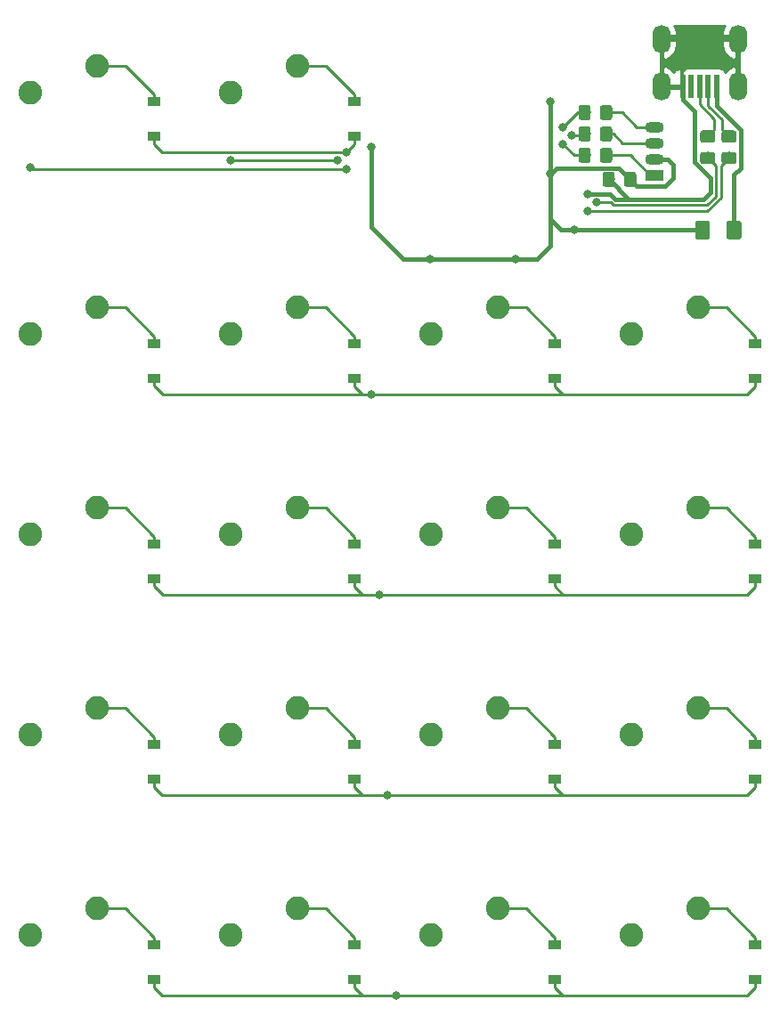
<source format=gbl>
G04 #@! TF.GenerationSoftware,KiCad,Pcbnew,(5.1.2)-2*
G04 #@! TF.CreationDate,2019-09-01T14:46:41-05:00*
G04 #@! TF.ProjectId,rootpad,726f6f74-7061-4642-9e6b-696361645f70,rev?*
G04 #@! TF.SameCoordinates,Original*
G04 #@! TF.FileFunction,Copper,L2,Bot*
G04 #@! TF.FilePolarity,Positive*
%FSLAX46Y46*%
G04 Gerber Fmt 4.6, Leading zero omitted, Abs format (unit mm)*
G04 Created by KiCad (PCBNEW (5.1.2)-2) date 2019-09-01 14:46:41*
%MOMM*%
%LPD*%
G04 APERTURE LIST*
%ADD10R,1.800000X1.070000*%
%ADD11O,1.800000X1.070000*%
%ADD12C,0.100000*%
%ADD13C,1.425000*%
%ADD14R,1.200000X0.900000*%
%ADD15O,1.700000X2.700000*%
%ADD16R,0.500000X2.250000*%
%ADD17C,1.150000*%
%ADD18C,2.250000*%
%ADD19C,0.800000*%
%ADD20C,0.381000*%
%ADD21C,0.254000*%
G04 APERTURE END LIST*
D10*
X185674000Y-71247000D03*
D11*
X185674000Y-69723000D03*
X185674000Y-68199000D03*
X185674000Y-66675000D03*
D12*
G36*
X193744504Y-75580204D02*
G01*
X193768773Y-75583804D01*
X193792571Y-75589765D01*
X193815671Y-75598030D01*
X193837849Y-75608520D01*
X193858893Y-75621133D01*
X193878598Y-75635747D01*
X193896777Y-75652223D01*
X193913253Y-75670402D01*
X193927867Y-75690107D01*
X193940480Y-75711151D01*
X193950970Y-75733329D01*
X193959235Y-75756429D01*
X193965196Y-75780227D01*
X193968796Y-75804496D01*
X193970000Y-75829000D01*
X193970000Y-77079000D01*
X193968796Y-77103504D01*
X193965196Y-77127773D01*
X193959235Y-77151571D01*
X193950970Y-77174671D01*
X193940480Y-77196849D01*
X193927867Y-77217893D01*
X193913253Y-77237598D01*
X193896777Y-77255777D01*
X193878598Y-77272253D01*
X193858893Y-77286867D01*
X193837849Y-77299480D01*
X193815671Y-77309970D01*
X193792571Y-77318235D01*
X193768773Y-77324196D01*
X193744504Y-77327796D01*
X193720000Y-77329000D01*
X192795000Y-77329000D01*
X192770496Y-77327796D01*
X192746227Y-77324196D01*
X192722429Y-77318235D01*
X192699329Y-77309970D01*
X192677151Y-77299480D01*
X192656107Y-77286867D01*
X192636402Y-77272253D01*
X192618223Y-77255777D01*
X192601747Y-77237598D01*
X192587133Y-77217893D01*
X192574520Y-77196849D01*
X192564030Y-77174671D01*
X192555765Y-77151571D01*
X192549804Y-77127773D01*
X192546204Y-77103504D01*
X192545000Y-77079000D01*
X192545000Y-75829000D01*
X192546204Y-75804496D01*
X192549804Y-75780227D01*
X192555765Y-75756429D01*
X192564030Y-75733329D01*
X192574520Y-75711151D01*
X192587133Y-75690107D01*
X192601747Y-75670402D01*
X192618223Y-75652223D01*
X192636402Y-75635747D01*
X192656107Y-75621133D01*
X192677151Y-75608520D01*
X192699329Y-75598030D01*
X192722429Y-75589765D01*
X192746227Y-75583804D01*
X192770496Y-75580204D01*
X192795000Y-75579000D01*
X193720000Y-75579000D01*
X193744504Y-75580204D01*
X193744504Y-75580204D01*
G37*
D13*
X193257500Y-76454000D03*
D12*
G36*
X190769504Y-75580204D02*
G01*
X190793773Y-75583804D01*
X190817571Y-75589765D01*
X190840671Y-75598030D01*
X190862849Y-75608520D01*
X190883893Y-75621133D01*
X190903598Y-75635747D01*
X190921777Y-75652223D01*
X190938253Y-75670402D01*
X190952867Y-75690107D01*
X190965480Y-75711151D01*
X190975970Y-75733329D01*
X190984235Y-75756429D01*
X190990196Y-75780227D01*
X190993796Y-75804496D01*
X190995000Y-75829000D01*
X190995000Y-77079000D01*
X190993796Y-77103504D01*
X190990196Y-77127773D01*
X190984235Y-77151571D01*
X190975970Y-77174671D01*
X190965480Y-77196849D01*
X190952867Y-77217893D01*
X190938253Y-77237598D01*
X190921777Y-77255777D01*
X190903598Y-77272253D01*
X190883893Y-77286867D01*
X190862849Y-77299480D01*
X190840671Y-77309970D01*
X190817571Y-77318235D01*
X190793773Y-77324196D01*
X190769504Y-77327796D01*
X190745000Y-77329000D01*
X189820000Y-77329000D01*
X189795496Y-77327796D01*
X189771227Y-77324196D01*
X189747429Y-77318235D01*
X189724329Y-77309970D01*
X189702151Y-77299480D01*
X189681107Y-77286867D01*
X189661402Y-77272253D01*
X189643223Y-77255777D01*
X189626747Y-77237598D01*
X189612133Y-77217893D01*
X189599520Y-77196849D01*
X189589030Y-77174671D01*
X189580765Y-77151571D01*
X189574804Y-77127773D01*
X189571204Y-77103504D01*
X189570000Y-77079000D01*
X189570000Y-75829000D01*
X189571204Y-75804496D01*
X189574804Y-75780227D01*
X189580765Y-75756429D01*
X189589030Y-75733329D01*
X189599520Y-75711151D01*
X189612133Y-75690107D01*
X189626747Y-75670402D01*
X189643223Y-75652223D01*
X189661402Y-75635747D01*
X189681107Y-75621133D01*
X189702151Y-75608520D01*
X189724329Y-75598030D01*
X189747429Y-75589765D01*
X189771227Y-75583804D01*
X189795496Y-75580204D01*
X189820000Y-75579000D01*
X190745000Y-75579000D01*
X190769504Y-75580204D01*
X190769504Y-75580204D01*
G37*
D13*
X190282500Y-76454000D03*
D14*
X195262500Y-147700000D03*
X195262500Y-144400000D03*
X176212500Y-147700000D03*
X176212500Y-144400000D03*
X157162500Y-147700000D03*
X157162500Y-144400000D03*
X138112500Y-147700000D03*
X138112500Y-144400000D03*
X195262500Y-128650000D03*
X195262500Y-125350000D03*
X176212500Y-128650000D03*
X176212500Y-125350000D03*
X157162500Y-128650000D03*
X157162500Y-125350000D03*
X138112500Y-128650000D03*
X138112500Y-125350000D03*
X195262500Y-109600000D03*
X195262500Y-106300000D03*
X176212500Y-109600000D03*
X176212500Y-106300000D03*
X157162500Y-109600000D03*
X157162500Y-106300000D03*
X138112500Y-109600000D03*
X138112500Y-106300000D03*
X195262500Y-90550000D03*
X195262500Y-87250000D03*
X176212500Y-90550000D03*
X176212500Y-87250000D03*
X157162500Y-90550000D03*
X157162500Y-87250000D03*
X138112500Y-90550000D03*
X138112500Y-87250000D03*
X157162500Y-67531250D03*
X157162500Y-64231250D03*
X138112500Y-67531250D03*
X138112500Y-64231250D03*
D15*
X186342000Y-58293000D03*
X193642000Y-58293000D03*
X193642000Y-62793000D03*
X186342000Y-62793000D03*
D16*
X188392000Y-62793000D03*
X189192000Y-62793000D03*
X189992000Y-62793000D03*
X190792000Y-62793000D03*
X191592000Y-62793000D03*
D12*
G36*
X181460505Y-64579204D02*
G01*
X181484773Y-64582804D01*
X181508572Y-64588765D01*
X181531671Y-64597030D01*
X181553850Y-64607520D01*
X181574893Y-64620132D01*
X181594599Y-64634747D01*
X181612777Y-64651223D01*
X181629253Y-64669401D01*
X181643868Y-64689107D01*
X181656480Y-64710150D01*
X181666970Y-64732329D01*
X181675235Y-64755428D01*
X181681196Y-64779227D01*
X181684796Y-64803495D01*
X181686000Y-64827999D01*
X181686000Y-65728001D01*
X181684796Y-65752505D01*
X181681196Y-65776773D01*
X181675235Y-65800572D01*
X181666970Y-65823671D01*
X181656480Y-65845850D01*
X181643868Y-65866893D01*
X181629253Y-65886599D01*
X181612777Y-65904777D01*
X181594599Y-65921253D01*
X181574893Y-65935868D01*
X181553850Y-65948480D01*
X181531671Y-65958970D01*
X181508572Y-65967235D01*
X181484773Y-65973196D01*
X181460505Y-65976796D01*
X181436001Y-65978000D01*
X180785999Y-65978000D01*
X180761495Y-65976796D01*
X180737227Y-65973196D01*
X180713428Y-65967235D01*
X180690329Y-65958970D01*
X180668150Y-65948480D01*
X180647107Y-65935868D01*
X180627401Y-65921253D01*
X180609223Y-65904777D01*
X180592747Y-65886599D01*
X180578132Y-65866893D01*
X180565520Y-65845850D01*
X180555030Y-65823671D01*
X180546765Y-65800572D01*
X180540804Y-65776773D01*
X180537204Y-65752505D01*
X180536000Y-65728001D01*
X180536000Y-64827999D01*
X180537204Y-64803495D01*
X180540804Y-64779227D01*
X180546765Y-64755428D01*
X180555030Y-64732329D01*
X180565520Y-64710150D01*
X180578132Y-64689107D01*
X180592747Y-64669401D01*
X180609223Y-64651223D01*
X180627401Y-64634747D01*
X180647107Y-64620132D01*
X180668150Y-64607520D01*
X180690329Y-64597030D01*
X180713428Y-64588765D01*
X180737227Y-64582804D01*
X180761495Y-64579204D01*
X180785999Y-64578000D01*
X181436001Y-64578000D01*
X181460505Y-64579204D01*
X181460505Y-64579204D01*
G37*
D17*
X181111000Y-65278000D03*
D12*
G36*
X179410505Y-64579204D02*
G01*
X179434773Y-64582804D01*
X179458572Y-64588765D01*
X179481671Y-64597030D01*
X179503850Y-64607520D01*
X179524893Y-64620132D01*
X179544599Y-64634747D01*
X179562777Y-64651223D01*
X179579253Y-64669401D01*
X179593868Y-64689107D01*
X179606480Y-64710150D01*
X179616970Y-64732329D01*
X179625235Y-64755428D01*
X179631196Y-64779227D01*
X179634796Y-64803495D01*
X179636000Y-64827999D01*
X179636000Y-65728001D01*
X179634796Y-65752505D01*
X179631196Y-65776773D01*
X179625235Y-65800572D01*
X179616970Y-65823671D01*
X179606480Y-65845850D01*
X179593868Y-65866893D01*
X179579253Y-65886599D01*
X179562777Y-65904777D01*
X179544599Y-65921253D01*
X179524893Y-65935868D01*
X179503850Y-65948480D01*
X179481671Y-65958970D01*
X179458572Y-65967235D01*
X179434773Y-65973196D01*
X179410505Y-65976796D01*
X179386001Y-65978000D01*
X178735999Y-65978000D01*
X178711495Y-65976796D01*
X178687227Y-65973196D01*
X178663428Y-65967235D01*
X178640329Y-65958970D01*
X178618150Y-65948480D01*
X178597107Y-65935868D01*
X178577401Y-65921253D01*
X178559223Y-65904777D01*
X178542747Y-65886599D01*
X178528132Y-65866893D01*
X178515520Y-65845850D01*
X178505030Y-65823671D01*
X178496765Y-65800572D01*
X178490804Y-65776773D01*
X178487204Y-65752505D01*
X178486000Y-65728001D01*
X178486000Y-64827999D01*
X178487204Y-64803495D01*
X178490804Y-64779227D01*
X178496765Y-64755428D01*
X178505030Y-64732329D01*
X178515520Y-64710150D01*
X178528132Y-64689107D01*
X178542747Y-64669401D01*
X178559223Y-64651223D01*
X178577401Y-64634747D01*
X178597107Y-64620132D01*
X178618150Y-64607520D01*
X178640329Y-64597030D01*
X178663428Y-64588765D01*
X178687227Y-64582804D01*
X178711495Y-64579204D01*
X178735999Y-64578000D01*
X179386001Y-64578000D01*
X179410505Y-64579204D01*
X179410505Y-64579204D01*
G37*
D17*
X179061000Y-65278000D03*
D12*
G36*
X181460505Y-66611204D02*
G01*
X181484773Y-66614804D01*
X181508572Y-66620765D01*
X181531671Y-66629030D01*
X181553850Y-66639520D01*
X181574893Y-66652132D01*
X181594599Y-66666747D01*
X181612777Y-66683223D01*
X181629253Y-66701401D01*
X181643868Y-66721107D01*
X181656480Y-66742150D01*
X181666970Y-66764329D01*
X181675235Y-66787428D01*
X181681196Y-66811227D01*
X181684796Y-66835495D01*
X181686000Y-66859999D01*
X181686000Y-67760001D01*
X181684796Y-67784505D01*
X181681196Y-67808773D01*
X181675235Y-67832572D01*
X181666970Y-67855671D01*
X181656480Y-67877850D01*
X181643868Y-67898893D01*
X181629253Y-67918599D01*
X181612777Y-67936777D01*
X181594599Y-67953253D01*
X181574893Y-67967868D01*
X181553850Y-67980480D01*
X181531671Y-67990970D01*
X181508572Y-67999235D01*
X181484773Y-68005196D01*
X181460505Y-68008796D01*
X181436001Y-68010000D01*
X180785999Y-68010000D01*
X180761495Y-68008796D01*
X180737227Y-68005196D01*
X180713428Y-67999235D01*
X180690329Y-67990970D01*
X180668150Y-67980480D01*
X180647107Y-67967868D01*
X180627401Y-67953253D01*
X180609223Y-67936777D01*
X180592747Y-67918599D01*
X180578132Y-67898893D01*
X180565520Y-67877850D01*
X180555030Y-67855671D01*
X180546765Y-67832572D01*
X180540804Y-67808773D01*
X180537204Y-67784505D01*
X180536000Y-67760001D01*
X180536000Y-66859999D01*
X180537204Y-66835495D01*
X180540804Y-66811227D01*
X180546765Y-66787428D01*
X180555030Y-66764329D01*
X180565520Y-66742150D01*
X180578132Y-66721107D01*
X180592747Y-66701401D01*
X180609223Y-66683223D01*
X180627401Y-66666747D01*
X180647107Y-66652132D01*
X180668150Y-66639520D01*
X180690329Y-66629030D01*
X180713428Y-66620765D01*
X180737227Y-66614804D01*
X180761495Y-66611204D01*
X180785999Y-66610000D01*
X181436001Y-66610000D01*
X181460505Y-66611204D01*
X181460505Y-66611204D01*
G37*
D17*
X181111000Y-67310000D03*
D12*
G36*
X179410505Y-66611204D02*
G01*
X179434773Y-66614804D01*
X179458572Y-66620765D01*
X179481671Y-66629030D01*
X179503850Y-66639520D01*
X179524893Y-66652132D01*
X179544599Y-66666747D01*
X179562777Y-66683223D01*
X179579253Y-66701401D01*
X179593868Y-66721107D01*
X179606480Y-66742150D01*
X179616970Y-66764329D01*
X179625235Y-66787428D01*
X179631196Y-66811227D01*
X179634796Y-66835495D01*
X179636000Y-66859999D01*
X179636000Y-67760001D01*
X179634796Y-67784505D01*
X179631196Y-67808773D01*
X179625235Y-67832572D01*
X179616970Y-67855671D01*
X179606480Y-67877850D01*
X179593868Y-67898893D01*
X179579253Y-67918599D01*
X179562777Y-67936777D01*
X179544599Y-67953253D01*
X179524893Y-67967868D01*
X179503850Y-67980480D01*
X179481671Y-67990970D01*
X179458572Y-67999235D01*
X179434773Y-68005196D01*
X179410505Y-68008796D01*
X179386001Y-68010000D01*
X178735999Y-68010000D01*
X178711495Y-68008796D01*
X178687227Y-68005196D01*
X178663428Y-67999235D01*
X178640329Y-67990970D01*
X178618150Y-67980480D01*
X178597107Y-67967868D01*
X178577401Y-67953253D01*
X178559223Y-67936777D01*
X178542747Y-67918599D01*
X178528132Y-67898893D01*
X178515520Y-67877850D01*
X178505030Y-67855671D01*
X178496765Y-67832572D01*
X178490804Y-67808773D01*
X178487204Y-67784505D01*
X178486000Y-67760001D01*
X178486000Y-66859999D01*
X178487204Y-66835495D01*
X178490804Y-66811227D01*
X178496765Y-66787428D01*
X178505030Y-66764329D01*
X178515520Y-66742150D01*
X178528132Y-66721107D01*
X178542747Y-66701401D01*
X178559223Y-66683223D01*
X178577401Y-66666747D01*
X178597107Y-66652132D01*
X178618150Y-66639520D01*
X178640329Y-66629030D01*
X178663428Y-66620765D01*
X178687227Y-66614804D01*
X178711495Y-66611204D01*
X178735999Y-66610000D01*
X179386001Y-66610000D01*
X179410505Y-66611204D01*
X179410505Y-66611204D01*
G37*
D17*
X179061000Y-67310000D03*
D12*
G36*
X181460505Y-68643204D02*
G01*
X181484773Y-68646804D01*
X181508572Y-68652765D01*
X181531671Y-68661030D01*
X181553850Y-68671520D01*
X181574893Y-68684132D01*
X181594599Y-68698747D01*
X181612777Y-68715223D01*
X181629253Y-68733401D01*
X181643868Y-68753107D01*
X181656480Y-68774150D01*
X181666970Y-68796329D01*
X181675235Y-68819428D01*
X181681196Y-68843227D01*
X181684796Y-68867495D01*
X181686000Y-68891999D01*
X181686000Y-69792001D01*
X181684796Y-69816505D01*
X181681196Y-69840773D01*
X181675235Y-69864572D01*
X181666970Y-69887671D01*
X181656480Y-69909850D01*
X181643868Y-69930893D01*
X181629253Y-69950599D01*
X181612777Y-69968777D01*
X181594599Y-69985253D01*
X181574893Y-69999868D01*
X181553850Y-70012480D01*
X181531671Y-70022970D01*
X181508572Y-70031235D01*
X181484773Y-70037196D01*
X181460505Y-70040796D01*
X181436001Y-70042000D01*
X180785999Y-70042000D01*
X180761495Y-70040796D01*
X180737227Y-70037196D01*
X180713428Y-70031235D01*
X180690329Y-70022970D01*
X180668150Y-70012480D01*
X180647107Y-69999868D01*
X180627401Y-69985253D01*
X180609223Y-69968777D01*
X180592747Y-69950599D01*
X180578132Y-69930893D01*
X180565520Y-69909850D01*
X180555030Y-69887671D01*
X180546765Y-69864572D01*
X180540804Y-69840773D01*
X180537204Y-69816505D01*
X180536000Y-69792001D01*
X180536000Y-68891999D01*
X180537204Y-68867495D01*
X180540804Y-68843227D01*
X180546765Y-68819428D01*
X180555030Y-68796329D01*
X180565520Y-68774150D01*
X180578132Y-68753107D01*
X180592747Y-68733401D01*
X180609223Y-68715223D01*
X180627401Y-68698747D01*
X180647107Y-68684132D01*
X180668150Y-68671520D01*
X180690329Y-68661030D01*
X180713428Y-68652765D01*
X180737227Y-68646804D01*
X180761495Y-68643204D01*
X180785999Y-68642000D01*
X181436001Y-68642000D01*
X181460505Y-68643204D01*
X181460505Y-68643204D01*
G37*
D17*
X181111000Y-69342000D03*
D12*
G36*
X179410505Y-68643204D02*
G01*
X179434773Y-68646804D01*
X179458572Y-68652765D01*
X179481671Y-68661030D01*
X179503850Y-68671520D01*
X179524893Y-68684132D01*
X179544599Y-68698747D01*
X179562777Y-68715223D01*
X179579253Y-68733401D01*
X179593868Y-68753107D01*
X179606480Y-68774150D01*
X179616970Y-68796329D01*
X179625235Y-68819428D01*
X179631196Y-68843227D01*
X179634796Y-68867495D01*
X179636000Y-68891999D01*
X179636000Y-69792001D01*
X179634796Y-69816505D01*
X179631196Y-69840773D01*
X179625235Y-69864572D01*
X179616970Y-69887671D01*
X179606480Y-69909850D01*
X179593868Y-69930893D01*
X179579253Y-69950599D01*
X179562777Y-69968777D01*
X179544599Y-69985253D01*
X179524893Y-69999868D01*
X179503850Y-70012480D01*
X179481671Y-70022970D01*
X179458572Y-70031235D01*
X179434773Y-70037196D01*
X179410505Y-70040796D01*
X179386001Y-70042000D01*
X178735999Y-70042000D01*
X178711495Y-70040796D01*
X178687227Y-70037196D01*
X178663428Y-70031235D01*
X178640329Y-70022970D01*
X178618150Y-70012480D01*
X178597107Y-69999868D01*
X178577401Y-69985253D01*
X178559223Y-69968777D01*
X178542747Y-69950599D01*
X178528132Y-69930893D01*
X178515520Y-69909850D01*
X178505030Y-69887671D01*
X178496765Y-69864572D01*
X178490804Y-69840773D01*
X178487204Y-69816505D01*
X178486000Y-69792001D01*
X178486000Y-68891999D01*
X178487204Y-68867495D01*
X178490804Y-68843227D01*
X178496765Y-68819428D01*
X178505030Y-68796329D01*
X178515520Y-68774150D01*
X178528132Y-68753107D01*
X178542747Y-68733401D01*
X178559223Y-68715223D01*
X178577401Y-68698747D01*
X178597107Y-68684132D01*
X178618150Y-68671520D01*
X178640329Y-68661030D01*
X178663428Y-68652765D01*
X178687227Y-68646804D01*
X178711495Y-68643204D01*
X178735999Y-68642000D01*
X179386001Y-68642000D01*
X179410505Y-68643204D01*
X179410505Y-68643204D01*
G37*
D17*
X179061000Y-69342000D03*
D12*
G36*
X193260505Y-66981204D02*
G01*
X193284773Y-66984804D01*
X193308572Y-66990765D01*
X193331671Y-66999030D01*
X193353850Y-67009520D01*
X193374893Y-67022132D01*
X193394599Y-67036747D01*
X193412777Y-67053223D01*
X193429253Y-67071401D01*
X193443868Y-67091107D01*
X193456480Y-67112150D01*
X193466970Y-67134329D01*
X193475235Y-67157428D01*
X193481196Y-67181227D01*
X193484796Y-67205495D01*
X193486000Y-67229999D01*
X193486000Y-67880001D01*
X193484796Y-67904505D01*
X193481196Y-67928773D01*
X193475235Y-67952572D01*
X193466970Y-67975671D01*
X193456480Y-67997850D01*
X193443868Y-68018893D01*
X193429253Y-68038599D01*
X193412777Y-68056777D01*
X193394599Y-68073253D01*
X193374893Y-68087868D01*
X193353850Y-68100480D01*
X193331671Y-68110970D01*
X193308572Y-68119235D01*
X193284773Y-68125196D01*
X193260505Y-68128796D01*
X193236001Y-68130000D01*
X192335999Y-68130000D01*
X192311495Y-68128796D01*
X192287227Y-68125196D01*
X192263428Y-68119235D01*
X192240329Y-68110970D01*
X192218150Y-68100480D01*
X192197107Y-68087868D01*
X192177401Y-68073253D01*
X192159223Y-68056777D01*
X192142747Y-68038599D01*
X192128132Y-68018893D01*
X192115520Y-67997850D01*
X192105030Y-67975671D01*
X192096765Y-67952572D01*
X192090804Y-67928773D01*
X192087204Y-67904505D01*
X192086000Y-67880001D01*
X192086000Y-67229999D01*
X192087204Y-67205495D01*
X192090804Y-67181227D01*
X192096765Y-67157428D01*
X192105030Y-67134329D01*
X192115520Y-67112150D01*
X192128132Y-67091107D01*
X192142747Y-67071401D01*
X192159223Y-67053223D01*
X192177401Y-67036747D01*
X192197107Y-67022132D01*
X192218150Y-67009520D01*
X192240329Y-66999030D01*
X192263428Y-66990765D01*
X192287227Y-66984804D01*
X192311495Y-66981204D01*
X192335999Y-66980000D01*
X193236001Y-66980000D01*
X193260505Y-66981204D01*
X193260505Y-66981204D01*
G37*
D17*
X192786000Y-67555000D03*
D12*
G36*
X193260505Y-69031204D02*
G01*
X193284773Y-69034804D01*
X193308572Y-69040765D01*
X193331671Y-69049030D01*
X193353850Y-69059520D01*
X193374893Y-69072132D01*
X193394599Y-69086747D01*
X193412777Y-69103223D01*
X193429253Y-69121401D01*
X193443868Y-69141107D01*
X193456480Y-69162150D01*
X193466970Y-69184329D01*
X193475235Y-69207428D01*
X193481196Y-69231227D01*
X193484796Y-69255495D01*
X193486000Y-69279999D01*
X193486000Y-69930001D01*
X193484796Y-69954505D01*
X193481196Y-69978773D01*
X193475235Y-70002572D01*
X193466970Y-70025671D01*
X193456480Y-70047850D01*
X193443868Y-70068893D01*
X193429253Y-70088599D01*
X193412777Y-70106777D01*
X193394599Y-70123253D01*
X193374893Y-70137868D01*
X193353850Y-70150480D01*
X193331671Y-70160970D01*
X193308572Y-70169235D01*
X193284773Y-70175196D01*
X193260505Y-70178796D01*
X193236001Y-70180000D01*
X192335999Y-70180000D01*
X192311495Y-70178796D01*
X192287227Y-70175196D01*
X192263428Y-70169235D01*
X192240329Y-70160970D01*
X192218150Y-70150480D01*
X192197107Y-70137868D01*
X192177401Y-70123253D01*
X192159223Y-70106777D01*
X192142747Y-70088599D01*
X192128132Y-70068893D01*
X192115520Y-70047850D01*
X192105030Y-70025671D01*
X192096765Y-70002572D01*
X192090804Y-69978773D01*
X192087204Y-69954505D01*
X192086000Y-69930001D01*
X192086000Y-69279999D01*
X192087204Y-69255495D01*
X192090804Y-69231227D01*
X192096765Y-69207428D01*
X192105030Y-69184329D01*
X192115520Y-69162150D01*
X192128132Y-69141107D01*
X192142747Y-69121401D01*
X192159223Y-69103223D01*
X192177401Y-69086747D01*
X192197107Y-69072132D01*
X192218150Y-69059520D01*
X192240329Y-69049030D01*
X192263428Y-69040765D01*
X192287227Y-69034804D01*
X192311495Y-69031204D01*
X192335999Y-69030000D01*
X193236001Y-69030000D01*
X193260505Y-69031204D01*
X193260505Y-69031204D01*
G37*
D17*
X192786000Y-69605000D03*
D12*
G36*
X191228505Y-69031204D02*
G01*
X191252773Y-69034804D01*
X191276572Y-69040765D01*
X191299671Y-69049030D01*
X191321850Y-69059520D01*
X191342893Y-69072132D01*
X191362599Y-69086747D01*
X191380777Y-69103223D01*
X191397253Y-69121401D01*
X191411868Y-69141107D01*
X191424480Y-69162150D01*
X191434970Y-69184329D01*
X191443235Y-69207428D01*
X191449196Y-69231227D01*
X191452796Y-69255495D01*
X191454000Y-69279999D01*
X191454000Y-69930001D01*
X191452796Y-69954505D01*
X191449196Y-69978773D01*
X191443235Y-70002572D01*
X191434970Y-70025671D01*
X191424480Y-70047850D01*
X191411868Y-70068893D01*
X191397253Y-70088599D01*
X191380777Y-70106777D01*
X191362599Y-70123253D01*
X191342893Y-70137868D01*
X191321850Y-70150480D01*
X191299671Y-70160970D01*
X191276572Y-70169235D01*
X191252773Y-70175196D01*
X191228505Y-70178796D01*
X191204001Y-70180000D01*
X190303999Y-70180000D01*
X190279495Y-70178796D01*
X190255227Y-70175196D01*
X190231428Y-70169235D01*
X190208329Y-70160970D01*
X190186150Y-70150480D01*
X190165107Y-70137868D01*
X190145401Y-70123253D01*
X190127223Y-70106777D01*
X190110747Y-70088599D01*
X190096132Y-70068893D01*
X190083520Y-70047850D01*
X190073030Y-70025671D01*
X190064765Y-70002572D01*
X190058804Y-69978773D01*
X190055204Y-69954505D01*
X190054000Y-69930001D01*
X190054000Y-69279999D01*
X190055204Y-69255495D01*
X190058804Y-69231227D01*
X190064765Y-69207428D01*
X190073030Y-69184329D01*
X190083520Y-69162150D01*
X190096132Y-69141107D01*
X190110747Y-69121401D01*
X190127223Y-69103223D01*
X190145401Y-69086747D01*
X190165107Y-69072132D01*
X190186150Y-69059520D01*
X190208329Y-69049030D01*
X190231428Y-69040765D01*
X190255227Y-69034804D01*
X190279495Y-69031204D01*
X190303999Y-69030000D01*
X191204001Y-69030000D01*
X191228505Y-69031204D01*
X191228505Y-69031204D01*
G37*
D17*
X190754000Y-69605000D03*
D12*
G36*
X191228505Y-66981204D02*
G01*
X191252773Y-66984804D01*
X191276572Y-66990765D01*
X191299671Y-66999030D01*
X191321850Y-67009520D01*
X191342893Y-67022132D01*
X191362599Y-67036747D01*
X191380777Y-67053223D01*
X191397253Y-67071401D01*
X191411868Y-67091107D01*
X191424480Y-67112150D01*
X191434970Y-67134329D01*
X191443235Y-67157428D01*
X191449196Y-67181227D01*
X191452796Y-67205495D01*
X191454000Y-67229999D01*
X191454000Y-67880001D01*
X191452796Y-67904505D01*
X191449196Y-67928773D01*
X191443235Y-67952572D01*
X191434970Y-67975671D01*
X191424480Y-67997850D01*
X191411868Y-68018893D01*
X191397253Y-68038599D01*
X191380777Y-68056777D01*
X191362599Y-68073253D01*
X191342893Y-68087868D01*
X191321850Y-68100480D01*
X191299671Y-68110970D01*
X191276572Y-68119235D01*
X191252773Y-68125196D01*
X191228505Y-68128796D01*
X191204001Y-68130000D01*
X190303999Y-68130000D01*
X190279495Y-68128796D01*
X190255227Y-68125196D01*
X190231428Y-68119235D01*
X190208329Y-68110970D01*
X190186150Y-68100480D01*
X190165107Y-68087868D01*
X190145401Y-68073253D01*
X190127223Y-68056777D01*
X190110747Y-68038599D01*
X190096132Y-68018893D01*
X190083520Y-67997850D01*
X190073030Y-67975671D01*
X190064765Y-67952572D01*
X190058804Y-67928773D01*
X190055204Y-67904505D01*
X190054000Y-67880001D01*
X190054000Y-67229999D01*
X190055204Y-67205495D01*
X190058804Y-67181227D01*
X190064765Y-67157428D01*
X190073030Y-67134329D01*
X190083520Y-67112150D01*
X190096132Y-67091107D01*
X190110747Y-67071401D01*
X190127223Y-67053223D01*
X190145401Y-67036747D01*
X190165107Y-67022132D01*
X190186150Y-67009520D01*
X190208329Y-66999030D01*
X190231428Y-66990765D01*
X190255227Y-66984804D01*
X190279495Y-66981204D01*
X190303999Y-66980000D01*
X191204001Y-66980000D01*
X191228505Y-66981204D01*
X191228505Y-66981204D01*
G37*
D17*
X190754000Y-67555000D03*
D18*
X183516270Y-143511270D03*
X189866270Y-140971270D03*
X164466270Y-143511270D03*
X170816270Y-140971270D03*
X145416270Y-143511270D03*
X151766270Y-140971270D03*
X126366270Y-143511270D03*
X132716270Y-140971270D03*
X183516270Y-124461270D03*
X189866270Y-121921270D03*
X164466270Y-124461270D03*
X170816270Y-121921270D03*
X145416270Y-124461270D03*
X151766270Y-121921270D03*
X126366270Y-124461270D03*
X132716270Y-121921270D03*
X183516270Y-105411270D03*
X189866270Y-102871270D03*
X164466270Y-105411270D03*
X170816270Y-102871270D03*
X145416270Y-105411270D03*
X151766270Y-102871270D03*
X126366270Y-105411270D03*
X132716270Y-102871270D03*
X183516270Y-86361270D03*
X189866270Y-83821270D03*
X164466270Y-86361270D03*
X170816270Y-83821270D03*
X145416270Y-86361270D03*
X151766270Y-83821270D03*
X126366270Y-86361270D03*
X132716270Y-83821270D03*
X145415000Y-63341250D03*
X151765000Y-60801250D03*
X126365000Y-63341250D03*
X132715000Y-60801250D03*
D12*
G36*
X183746505Y-70929204D02*
G01*
X183770773Y-70932804D01*
X183794572Y-70938765D01*
X183817671Y-70947030D01*
X183839850Y-70957520D01*
X183860893Y-70970132D01*
X183880599Y-70984747D01*
X183898777Y-71001223D01*
X183915253Y-71019401D01*
X183929868Y-71039107D01*
X183942480Y-71060150D01*
X183952970Y-71082329D01*
X183961235Y-71105428D01*
X183967196Y-71129227D01*
X183970796Y-71153495D01*
X183972000Y-71177999D01*
X183972000Y-72078001D01*
X183970796Y-72102505D01*
X183967196Y-72126773D01*
X183961235Y-72150572D01*
X183952970Y-72173671D01*
X183942480Y-72195850D01*
X183929868Y-72216893D01*
X183915253Y-72236599D01*
X183898777Y-72254777D01*
X183880599Y-72271253D01*
X183860893Y-72285868D01*
X183839850Y-72298480D01*
X183817671Y-72308970D01*
X183794572Y-72317235D01*
X183770773Y-72323196D01*
X183746505Y-72326796D01*
X183722001Y-72328000D01*
X183071999Y-72328000D01*
X183047495Y-72326796D01*
X183023227Y-72323196D01*
X182999428Y-72317235D01*
X182976329Y-72308970D01*
X182954150Y-72298480D01*
X182933107Y-72285868D01*
X182913401Y-72271253D01*
X182895223Y-72254777D01*
X182878747Y-72236599D01*
X182864132Y-72216893D01*
X182851520Y-72195850D01*
X182841030Y-72173671D01*
X182832765Y-72150572D01*
X182826804Y-72126773D01*
X182823204Y-72102505D01*
X182822000Y-72078001D01*
X182822000Y-71177999D01*
X182823204Y-71153495D01*
X182826804Y-71129227D01*
X182832765Y-71105428D01*
X182841030Y-71082329D01*
X182851520Y-71060150D01*
X182864132Y-71039107D01*
X182878747Y-71019401D01*
X182895223Y-71001223D01*
X182913401Y-70984747D01*
X182933107Y-70970132D01*
X182954150Y-70957520D01*
X182976329Y-70947030D01*
X182999428Y-70938765D01*
X183023227Y-70932804D01*
X183047495Y-70929204D01*
X183071999Y-70928000D01*
X183722001Y-70928000D01*
X183746505Y-70929204D01*
X183746505Y-70929204D01*
G37*
D17*
X183397000Y-71628000D03*
D12*
G36*
X181696505Y-70929204D02*
G01*
X181720773Y-70932804D01*
X181744572Y-70938765D01*
X181767671Y-70947030D01*
X181789850Y-70957520D01*
X181810893Y-70970132D01*
X181830599Y-70984747D01*
X181848777Y-71001223D01*
X181865253Y-71019401D01*
X181879868Y-71039107D01*
X181892480Y-71060150D01*
X181902970Y-71082329D01*
X181911235Y-71105428D01*
X181917196Y-71129227D01*
X181920796Y-71153495D01*
X181922000Y-71177999D01*
X181922000Y-72078001D01*
X181920796Y-72102505D01*
X181917196Y-72126773D01*
X181911235Y-72150572D01*
X181902970Y-72173671D01*
X181892480Y-72195850D01*
X181879868Y-72216893D01*
X181865253Y-72236599D01*
X181848777Y-72254777D01*
X181830599Y-72271253D01*
X181810893Y-72285868D01*
X181789850Y-72298480D01*
X181767671Y-72308970D01*
X181744572Y-72317235D01*
X181720773Y-72323196D01*
X181696505Y-72326796D01*
X181672001Y-72328000D01*
X181021999Y-72328000D01*
X180997495Y-72326796D01*
X180973227Y-72323196D01*
X180949428Y-72317235D01*
X180926329Y-72308970D01*
X180904150Y-72298480D01*
X180883107Y-72285868D01*
X180863401Y-72271253D01*
X180845223Y-72254777D01*
X180828747Y-72236599D01*
X180814132Y-72216893D01*
X180801520Y-72195850D01*
X180791030Y-72173671D01*
X180782765Y-72150572D01*
X180776804Y-72126773D01*
X180773204Y-72102505D01*
X180772000Y-72078001D01*
X180772000Y-71177999D01*
X180773204Y-71153495D01*
X180776804Y-71129227D01*
X180782765Y-71105428D01*
X180791030Y-71082329D01*
X180801520Y-71060150D01*
X180814132Y-71039107D01*
X180828747Y-71019401D01*
X180845223Y-71001223D01*
X180863401Y-70984747D01*
X180883107Y-70970132D01*
X180904150Y-70957520D01*
X180926329Y-70947030D01*
X180949428Y-70938765D01*
X180973227Y-70932804D01*
X180997495Y-70929204D01*
X181021999Y-70928000D01*
X181672001Y-70928000D01*
X181696505Y-70929204D01*
X181696505Y-70929204D01*
G37*
D17*
X181347000Y-71628000D03*
D19*
X179387500Y-73025000D03*
X178054000Y-76454000D03*
X172466000Y-79248000D03*
X164338000Y-79248000D03*
X175768000Y-71120000D03*
X175768000Y-64262000D03*
X158750000Y-68580000D03*
X156368750Y-69056250D03*
X158750000Y-92075000D03*
X159543750Y-111125000D03*
X160337500Y-130175000D03*
X161131250Y-149225000D03*
X156368750Y-70663010D03*
X126365000Y-70485000D03*
X155575000Y-69850000D03*
X145415000Y-69783250D03*
X180181250Y-73818750D03*
X179387500Y-74676000D03*
X177006250Y-68262500D03*
X177800000Y-67468750D03*
X177006250Y-66675000D03*
D20*
X181483000Y-73025000D02*
X182000489Y-73542489D01*
X179387500Y-73025000D02*
X181483000Y-73025000D01*
X190998490Y-72907510D02*
X190998490Y-71530310D01*
X190363511Y-73542489D02*
X190998490Y-72907510D01*
X190998490Y-71530310D02*
X189484000Y-70015820D01*
X188392000Y-64045000D02*
X189484000Y-65137000D01*
X189484000Y-65137000D02*
X189484000Y-70015820D01*
X186342000Y-60808000D02*
X186342000Y-58039000D01*
X186342000Y-62539000D02*
X186342000Y-60808000D01*
X186342000Y-58039000D02*
X193642000Y-58039000D01*
X193642000Y-58166000D02*
X193642000Y-62666000D01*
X188392000Y-62793000D02*
X186342000Y-62793000D01*
X188392000Y-64045000D02*
X188392000Y-62793000D01*
X183261489Y-73542489D02*
X181347000Y-71628000D01*
X183632511Y-73542489D02*
X183261489Y-73542489D01*
X183632511Y-73542489D02*
X190363511Y-73542489D01*
X182000489Y-73542489D02*
X183632511Y-73542489D01*
X190282500Y-76454000D02*
X178054000Y-76454000D01*
X172466000Y-79248000D02*
X164338000Y-79248000D01*
X175768000Y-71120000D02*
X175768000Y-64262000D01*
X175768000Y-77978000D02*
X174498000Y-79248000D01*
X172466000Y-79248000D02*
X174498000Y-79248000D01*
X176784000Y-76454000D02*
X175768000Y-75438000D01*
X178054000Y-76454000D02*
X176784000Y-76454000D01*
X175768000Y-71120000D02*
X175768000Y-75438000D01*
X175768000Y-75438000D02*
X175768000Y-77978000D01*
X164338000Y-79248000D02*
X161798000Y-79248000D01*
X161798000Y-79248000D02*
X158750000Y-76200000D01*
X158750000Y-76200000D02*
X158750000Y-68580000D01*
X182773628Y-71004628D02*
X183397000Y-71628000D01*
X182306490Y-70537490D02*
X182773628Y-71004628D01*
X176350510Y-70537490D02*
X182306490Y-70537490D01*
X175768000Y-71120000D02*
X176350510Y-70537490D01*
X184020372Y-72251372D02*
X183397000Y-71628000D01*
X186680530Y-72251372D02*
X184020372Y-72251372D01*
X186955000Y-69723000D02*
X187452000Y-70220000D01*
X185674000Y-69723000D02*
X186955000Y-69723000D01*
X187452000Y-71479902D02*
X186680530Y-72251372D01*
X187452000Y-70220000D02*
X187452000Y-71479902D01*
D21*
X138112500Y-63527250D02*
X138112500Y-64231250D01*
X135386500Y-60801250D02*
X138112500Y-63527250D01*
X132715000Y-60801250D02*
X135386500Y-60801250D01*
X157162500Y-67531250D02*
X157162500Y-68262500D01*
X157162500Y-68262500D02*
X156368750Y-69056250D01*
X156368750Y-69056250D02*
X138906250Y-69056250D01*
X138112500Y-68262500D02*
X138112500Y-67531250D01*
X138906250Y-69056250D02*
X138112500Y-68262500D01*
X157162500Y-63527250D02*
X157162500Y-64231250D01*
X154436500Y-60801250D02*
X157162500Y-63527250D01*
X151765000Y-60801250D02*
X154436500Y-60801250D01*
X138112500Y-86546000D02*
X138112500Y-87250000D01*
X135387770Y-83821270D02*
X138112500Y-86546000D01*
X132716270Y-83821270D02*
X135387770Y-83821270D01*
X195262500Y-91281250D02*
X195262500Y-90550000D01*
X194468750Y-92075000D02*
X195262500Y-91281250D01*
X138112500Y-91254000D02*
X138933500Y-92075000D01*
X138112500Y-90550000D02*
X138112500Y-91254000D01*
X157162500Y-91281250D02*
X157956250Y-92075000D01*
X157162500Y-90550000D02*
X157162500Y-91281250D01*
X138933500Y-92075000D02*
X157956250Y-92075000D01*
X176212500Y-91281250D02*
X177006250Y-92075000D01*
X176212500Y-90550000D02*
X176212500Y-91281250D01*
X177006250Y-92075000D02*
X194468750Y-92075000D01*
X157956250Y-92075000D02*
X158750000Y-92075000D01*
X158750000Y-92075000D02*
X177006250Y-92075000D01*
X157162500Y-86546000D02*
X157162500Y-87250000D01*
X154437770Y-83821270D02*
X157162500Y-86546000D01*
X151766270Y-83821270D02*
X154437770Y-83821270D01*
X176212500Y-86546000D02*
X176212500Y-87250000D01*
X173487770Y-83821270D02*
X176212500Y-86546000D01*
X170816270Y-83821270D02*
X173487770Y-83821270D01*
X195262500Y-86546000D02*
X195262500Y-87250000D01*
X192537770Y-83821270D02*
X195262500Y-86546000D01*
X189866270Y-83821270D02*
X192537770Y-83821270D01*
X138112500Y-105596000D02*
X138112500Y-106300000D01*
X135387770Y-102871270D02*
X138112500Y-105596000D01*
X132716270Y-102871270D02*
X135387770Y-102871270D01*
X195262500Y-110331250D02*
X195262500Y-109600000D01*
X194468750Y-111125000D02*
X195262500Y-110331250D01*
X138112500Y-109600000D02*
X138112500Y-110304000D01*
X138112500Y-110304000D02*
X138933500Y-111125000D01*
X157162500Y-110331250D02*
X157956250Y-111125000D01*
X157162500Y-109600000D02*
X157162500Y-110331250D01*
X138933500Y-111125000D02*
X157956250Y-111125000D01*
X177006250Y-111097750D02*
X177006250Y-111125000D01*
X176212500Y-110304000D02*
X177006250Y-111097750D01*
X176212500Y-109600000D02*
X176212500Y-110304000D01*
X177006250Y-111125000D02*
X194468750Y-111125000D01*
X159543750Y-111125000D02*
X177006250Y-111125000D01*
X157956250Y-111125000D02*
X159543750Y-111125000D01*
X157162500Y-105596000D02*
X157162500Y-106300000D01*
X154437770Y-102871270D02*
X157162500Y-105596000D01*
X151766270Y-102871270D02*
X154437770Y-102871270D01*
X176212500Y-105596000D02*
X176212500Y-106300000D01*
X173487770Y-102871270D02*
X176212500Y-105596000D01*
X170816270Y-102871270D02*
X173487770Y-102871270D01*
X195262500Y-105596000D02*
X195262500Y-106300000D01*
X192537770Y-102871270D02*
X195262500Y-105596000D01*
X189866270Y-102871270D02*
X192537770Y-102871270D01*
X138112500Y-124646000D02*
X138112500Y-125350000D01*
X135387770Y-121921270D02*
X138112500Y-124646000D01*
X132716270Y-121921270D02*
X135387770Y-121921270D01*
X195262500Y-129381250D02*
X195262500Y-128650000D01*
X194468750Y-130175000D02*
X195262500Y-129381250D01*
X138112500Y-128650000D02*
X138112500Y-129381250D01*
X138112500Y-129381250D02*
X138906250Y-130175000D01*
X157162500Y-128650000D02*
X157162500Y-129381250D01*
X157162500Y-129381250D02*
X157956250Y-130175000D01*
X138906250Y-130175000D02*
X157956250Y-130175000D01*
X176212500Y-128650000D02*
X176212500Y-129381250D01*
X176212500Y-129381250D02*
X177006250Y-130175000D01*
X177006250Y-130175000D02*
X194468750Y-130175000D01*
X160337500Y-130175000D02*
X177006250Y-130175000D01*
X157956250Y-130175000D02*
X160337500Y-130175000D01*
X157162500Y-124646000D02*
X157162500Y-125350000D01*
X154437770Y-121921270D02*
X157162500Y-124646000D01*
X151766270Y-121921270D02*
X154437770Y-121921270D01*
X176212500Y-124646000D02*
X176212500Y-125350000D01*
X173487770Y-121921270D02*
X176212500Y-124646000D01*
X170816270Y-121921270D02*
X173487770Y-121921270D01*
X195262500Y-124646000D02*
X195262500Y-125350000D01*
X192537770Y-121921270D02*
X195262500Y-124646000D01*
X189866270Y-121921270D02*
X192537770Y-121921270D01*
X138112500Y-143696000D02*
X138112500Y-144400000D01*
X135387770Y-140971270D02*
X138112500Y-143696000D01*
X132716270Y-140971270D02*
X135387770Y-140971270D01*
X195262500Y-147700000D02*
X195262500Y-148431250D01*
X195262500Y-148431250D02*
X194468750Y-149225000D01*
X138112500Y-147700000D02*
X138112500Y-148431250D01*
X138112500Y-148431250D02*
X138906250Y-149225000D01*
X138906250Y-149225000D02*
X139700000Y-149225000D01*
X157162500Y-148431250D02*
X157956250Y-149225000D01*
X157162500Y-147700000D02*
X157162500Y-148431250D01*
X157956250Y-149225000D02*
X139700000Y-149225000D01*
X176212500Y-148431250D02*
X177006250Y-149225000D01*
X176212500Y-147700000D02*
X176212500Y-148431250D01*
X194468750Y-149225000D02*
X177006250Y-149225000D01*
X161131250Y-149225000D02*
X157956250Y-149225000D01*
X177006250Y-149225000D02*
X161131250Y-149225000D01*
X157162500Y-143696000D02*
X157162500Y-144400000D01*
X154437770Y-140971270D02*
X157162500Y-143696000D01*
X151766270Y-140971270D02*
X154437770Y-140971270D01*
X176212500Y-143696000D02*
X176212500Y-144400000D01*
X173487770Y-140971270D02*
X176212500Y-143696000D01*
X170816270Y-140971270D02*
X173487770Y-140971270D01*
X195262500Y-143696000D02*
X195262500Y-144400000D01*
X192537770Y-140971270D02*
X195262500Y-143696000D01*
X189866270Y-140971270D02*
X192537770Y-140971270D01*
D20*
X193876510Y-66964690D02*
X191592000Y-64680180D01*
X193876510Y-70537490D02*
X193876510Y-66964690D01*
X193257500Y-76454000D02*
X193257500Y-71156500D01*
X193257500Y-71156500D02*
X193876510Y-70537490D01*
X191592000Y-62793000D02*
X191592000Y-64680180D01*
D21*
X190792000Y-62793000D02*
X190792000Y-64612048D01*
X192786000Y-67555000D02*
X192162628Y-66931628D01*
X192162628Y-66931628D02*
X192162628Y-65982676D01*
X190792000Y-64612048D02*
X192121976Y-65942024D01*
X192162628Y-65982676D02*
X192121976Y-65942024D01*
X126543010Y-70663010D02*
X126365000Y-70485000D01*
X156368750Y-70663010D02*
X126543010Y-70663010D01*
X155575000Y-69850000D02*
X145481750Y-69850000D01*
X145481750Y-69850000D02*
X145415000Y-69783250D01*
X191377372Y-65901372D02*
X191377372Y-66931628D01*
X191377372Y-66931628D02*
X190754000Y-67555000D01*
X189992000Y-62793000D02*
X189992000Y-64516000D01*
X189992000Y-64516000D02*
X191377372Y-65901372D01*
X191516000Y-70367000D02*
X190754000Y-69605000D01*
X180181250Y-73818750D02*
X181544881Y-73818750D01*
X181544881Y-73818750D02*
X181786130Y-74059999D01*
X190703251Y-74059999D02*
X191516000Y-73247250D01*
X181786130Y-74059999D02*
X190703251Y-74059999D01*
X191516000Y-73247250D02*
X191516000Y-70367000D01*
X192024000Y-73381316D02*
X192024000Y-72294750D01*
X190729316Y-74676000D02*
X192024000Y-73381316D01*
X179387500Y-74676000D02*
X190729316Y-74676000D01*
X192024000Y-72294750D02*
X192024000Y-72898000D01*
X192024000Y-70367000D02*
X192786000Y-69605000D01*
X192024000Y-72294750D02*
X192024000Y-70367000D01*
X181111000Y-65278000D02*
X182626000Y-65278000D01*
X184023000Y-66675000D02*
X185674000Y-66675000D01*
X182626000Y-65278000D02*
X184023000Y-66675000D01*
X182675000Y-68199000D02*
X185674000Y-68199000D01*
X181111000Y-67310000D02*
X181786000Y-67310000D01*
X181786000Y-67310000D02*
X182675000Y-68199000D01*
X181786000Y-69342000D02*
X181111000Y-69342000D01*
X183404000Y-69342000D02*
X181786000Y-69342000D01*
X185309000Y-71247000D02*
X183404000Y-69342000D01*
X185674000Y-71247000D02*
X185309000Y-71247000D01*
X177006250Y-68262500D02*
X178085750Y-69342000D01*
X178085750Y-69342000D02*
X179061000Y-69342000D01*
X179092750Y-67468750D02*
X179124500Y-67500500D01*
X178902250Y-67468750D02*
X179061000Y-67310000D01*
X177800000Y-67468750D02*
X178902250Y-67468750D01*
X178403250Y-65278000D02*
X179061000Y-65278000D01*
X177006250Y-66675000D02*
X178403250Y-65278000D01*
G36*
X192318639Y-57107382D02*
G01*
X192210310Y-57378731D01*
X192157000Y-57666000D01*
X192157000Y-58166000D01*
X193515000Y-58166000D01*
X193515000Y-58146000D01*
X193675000Y-58146000D01*
X193675000Y-62940000D01*
X193515000Y-62940000D01*
X193515000Y-62920000D01*
X193495000Y-62920000D01*
X193495000Y-62666000D01*
X193515000Y-62666000D01*
X193515000Y-60972845D01*
X193285110Y-60851524D01*
X193191047Y-60872437D01*
X192922574Y-60987709D01*
X192681748Y-61153143D01*
X192477824Y-61362381D01*
X192433540Y-61430538D01*
X192431502Y-61423820D01*
X192372537Y-61313506D01*
X192293185Y-61216815D01*
X192196494Y-61137463D01*
X192086180Y-61078498D01*
X191966482Y-61042188D01*
X191842000Y-61029928D01*
X191342000Y-61029928D01*
X191217518Y-61042188D01*
X191192000Y-61049929D01*
X191166482Y-61042188D01*
X191042000Y-61029928D01*
X190542000Y-61029928D01*
X190417518Y-61042188D01*
X190392000Y-61049929D01*
X190366482Y-61042188D01*
X190242000Y-61029928D01*
X189742000Y-61029928D01*
X189617518Y-61042188D01*
X189592000Y-61049929D01*
X189566482Y-61042188D01*
X189442000Y-61029928D01*
X188942000Y-61029928D01*
X188817518Y-61042188D01*
X188792734Y-61049706D01*
X188773361Y-61043596D01*
X188673750Y-61033000D01*
X188515000Y-61191750D01*
X188515000Y-61196967D01*
X188490815Y-61216815D01*
X188411463Y-61313506D01*
X188352498Y-61423820D01*
X188316188Y-61543518D01*
X188303928Y-61668000D01*
X188303928Y-62940000D01*
X188269000Y-62940000D01*
X188269000Y-62920000D01*
X186469000Y-62920000D01*
X186469000Y-62940000D01*
X186309000Y-62940000D01*
X186309000Y-60972845D01*
X186469000Y-60972845D01*
X186469000Y-62666000D01*
X188269000Y-62666000D01*
X188269000Y-61191750D01*
X188110250Y-61033000D01*
X188010639Y-61043596D01*
X187891348Y-61081221D01*
X187781689Y-61141396D01*
X187685877Y-61221807D01*
X187607594Y-61319366D01*
X187550057Y-61429918D01*
X187506176Y-61362381D01*
X187302252Y-61153143D01*
X187061426Y-60987709D01*
X186792953Y-60872437D01*
X186698890Y-60851524D01*
X186469000Y-60972845D01*
X186309000Y-60972845D01*
X186309000Y-58420000D01*
X186469000Y-58420000D01*
X186469000Y-60113155D01*
X186698890Y-60234476D01*
X186792953Y-60213563D01*
X187061426Y-60098291D01*
X187302252Y-59932857D01*
X187506176Y-59723619D01*
X187665361Y-59478618D01*
X187773690Y-59207269D01*
X187827000Y-58920000D01*
X187827000Y-58420000D01*
X192157000Y-58420000D01*
X192157000Y-58920000D01*
X192210310Y-59207269D01*
X192318639Y-59478618D01*
X192477824Y-59723619D01*
X192681748Y-59932857D01*
X192922574Y-60098291D01*
X193191047Y-60213563D01*
X193285110Y-60234476D01*
X193515000Y-60113155D01*
X193515000Y-58420000D01*
X192157000Y-58420000D01*
X187827000Y-58420000D01*
X186469000Y-58420000D01*
X186309000Y-58420000D01*
X186309000Y-58146000D01*
X186469000Y-58146000D01*
X186469000Y-58166000D01*
X187827000Y-58166000D01*
X187827000Y-57666000D01*
X187773690Y-57378731D01*
X187665361Y-57107382D01*
X187606150Y-57016250D01*
X192377850Y-57016250D01*
X192318639Y-57107382D01*
X192318639Y-57107382D01*
G37*
X192318639Y-57107382D02*
X192210310Y-57378731D01*
X192157000Y-57666000D01*
X192157000Y-58166000D01*
X193515000Y-58166000D01*
X193515000Y-58146000D01*
X193675000Y-58146000D01*
X193675000Y-62940000D01*
X193515000Y-62940000D01*
X193515000Y-62920000D01*
X193495000Y-62920000D01*
X193495000Y-62666000D01*
X193515000Y-62666000D01*
X193515000Y-60972845D01*
X193285110Y-60851524D01*
X193191047Y-60872437D01*
X192922574Y-60987709D01*
X192681748Y-61153143D01*
X192477824Y-61362381D01*
X192433540Y-61430538D01*
X192431502Y-61423820D01*
X192372537Y-61313506D01*
X192293185Y-61216815D01*
X192196494Y-61137463D01*
X192086180Y-61078498D01*
X191966482Y-61042188D01*
X191842000Y-61029928D01*
X191342000Y-61029928D01*
X191217518Y-61042188D01*
X191192000Y-61049929D01*
X191166482Y-61042188D01*
X191042000Y-61029928D01*
X190542000Y-61029928D01*
X190417518Y-61042188D01*
X190392000Y-61049929D01*
X190366482Y-61042188D01*
X190242000Y-61029928D01*
X189742000Y-61029928D01*
X189617518Y-61042188D01*
X189592000Y-61049929D01*
X189566482Y-61042188D01*
X189442000Y-61029928D01*
X188942000Y-61029928D01*
X188817518Y-61042188D01*
X188792734Y-61049706D01*
X188773361Y-61043596D01*
X188673750Y-61033000D01*
X188515000Y-61191750D01*
X188515000Y-61196967D01*
X188490815Y-61216815D01*
X188411463Y-61313506D01*
X188352498Y-61423820D01*
X188316188Y-61543518D01*
X188303928Y-61668000D01*
X188303928Y-62940000D01*
X188269000Y-62940000D01*
X188269000Y-62920000D01*
X186469000Y-62920000D01*
X186469000Y-62940000D01*
X186309000Y-62940000D01*
X186309000Y-60972845D01*
X186469000Y-60972845D01*
X186469000Y-62666000D01*
X188269000Y-62666000D01*
X188269000Y-61191750D01*
X188110250Y-61033000D01*
X188010639Y-61043596D01*
X187891348Y-61081221D01*
X187781689Y-61141396D01*
X187685877Y-61221807D01*
X187607594Y-61319366D01*
X187550057Y-61429918D01*
X187506176Y-61362381D01*
X187302252Y-61153143D01*
X187061426Y-60987709D01*
X186792953Y-60872437D01*
X186698890Y-60851524D01*
X186469000Y-60972845D01*
X186309000Y-60972845D01*
X186309000Y-58420000D01*
X186469000Y-58420000D01*
X186469000Y-60113155D01*
X186698890Y-60234476D01*
X186792953Y-60213563D01*
X187061426Y-60098291D01*
X187302252Y-59932857D01*
X187506176Y-59723619D01*
X187665361Y-59478618D01*
X187773690Y-59207269D01*
X187827000Y-58920000D01*
X187827000Y-58420000D01*
X192157000Y-58420000D01*
X192157000Y-58920000D01*
X192210310Y-59207269D01*
X192318639Y-59478618D01*
X192477824Y-59723619D01*
X192681748Y-59932857D01*
X192922574Y-60098291D01*
X193191047Y-60213563D01*
X193285110Y-60234476D01*
X193515000Y-60113155D01*
X193515000Y-58420000D01*
X192157000Y-58420000D01*
X187827000Y-58420000D01*
X186469000Y-58420000D01*
X186309000Y-58420000D01*
X186309000Y-58146000D01*
X186469000Y-58146000D01*
X186469000Y-58166000D01*
X187827000Y-58166000D01*
X187827000Y-57666000D01*
X187773690Y-57378731D01*
X187665361Y-57107382D01*
X187606150Y-57016250D01*
X192377850Y-57016250D01*
X192318639Y-57107382D01*
M02*

</source>
